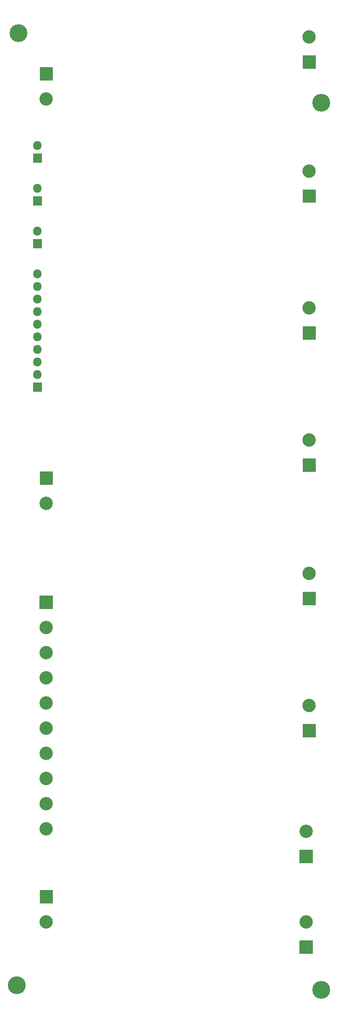
<source format=gbs>
G04 #@! TF.GenerationSoftware,KiCad,Pcbnew,(5.1.8-0-10_14)*
G04 #@! TF.CreationDate,2020-12-13T09:55:25+09:00*
G04 #@! TF.ProjectId,rsp02_LoadSW_OCP_Circuit_v1_2,72737030-325f-44c6-9f61-6453575f4f43,v1.2*
G04 #@! TF.SameCoordinates,Original*
G04 #@! TF.FileFunction,Soldermask,Bot*
G04 #@! TF.FilePolarity,Negative*
%FSLAX46Y46*%
G04 Gerber Fmt 4.6, Leading zero omitted, Abs format (unit mm)*
G04 Created by KiCad (PCBNEW (5.1.8-0-10_14)) date 2020-12-13 09:55:25*
%MOMM*%
%LPD*%
G01*
G04 APERTURE LIST*
%ADD10C,3.600000*%
%ADD11O,1.800000X1.800000*%
%ADD12C,2.700000*%
G04 APERTURE END LIST*
D10*
X62600000Y-225100000D03*
X124000000Y-226000000D03*
X124000000Y-47000000D03*
X62900000Y-32900000D03*
D11*
X66750000Y-81498000D03*
X66750000Y-84038000D03*
X66750000Y-86578000D03*
X66750000Y-89118000D03*
X66750000Y-91658000D03*
X66750000Y-94198000D03*
X66750000Y-96738000D03*
X66750000Y-99278000D03*
X66750000Y-101818000D03*
G36*
G01*
X67650000Y-103508000D02*
X67650000Y-105208000D01*
G75*
G02*
X67600000Y-105258000I-50000J0D01*
G01*
X65900000Y-105258000D01*
G75*
G02*
X65850000Y-105208000I0J50000D01*
G01*
X65850000Y-103508000D01*
G75*
G02*
X65900000Y-103458000I50000J0D01*
G01*
X67600000Y-103458000D01*
G75*
G02*
X67650000Y-103508000I0J-50000D01*
G01*
G37*
X66750000Y-72875332D03*
G36*
G01*
X67650000Y-74565332D02*
X67650000Y-76265332D01*
G75*
G02*
X67600000Y-76315332I-50000J0D01*
G01*
X65900000Y-76315332D01*
G75*
G02*
X65850000Y-76265332I0J50000D01*
G01*
X65850000Y-74565332D01*
G75*
G02*
X65900000Y-74515332I50000J0D01*
G01*
X67600000Y-74515332D01*
G75*
G02*
X67650000Y-74565332I0J-50000D01*
G01*
G37*
X66750000Y-64232666D03*
G36*
G01*
X67650000Y-65922666D02*
X67650000Y-67622666D01*
G75*
G02*
X67600000Y-67672666I-50000J0D01*
G01*
X65900000Y-67672666D01*
G75*
G02*
X65850000Y-67622666I0J50000D01*
G01*
X65850000Y-65922666D01*
G75*
G02*
X65900000Y-65872666I50000J0D01*
G01*
X67600000Y-65872666D01*
G75*
G02*
X67650000Y-65922666I0J-50000D01*
G01*
G37*
X66750000Y-55590000D03*
G36*
G01*
X67650000Y-57280000D02*
X67650000Y-58980000D01*
G75*
G02*
X67600000Y-59030000I-50000J0D01*
G01*
X65900000Y-59030000D01*
G75*
G02*
X65850000Y-58980000I0J50000D01*
G01*
X65850000Y-57280000D01*
G75*
G02*
X65900000Y-57230000I50000J0D01*
G01*
X67600000Y-57230000D01*
G75*
G02*
X67650000Y-57280000I0J-50000D01*
G01*
G37*
D12*
X68528000Y-46212000D03*
G36*
G01*
X67228000Y-39782000D02*
X69828000Y-39782000D01*
G75*
G02*
X69878000Y-39832000I0J-50000D01*
G01*
X69878000Y-42432000D01*
G75*
G02*
X69828000Y-42482000I-50000J0D01*
G01*
X67228000Y-42482000D01*
G75*
G02*
X67178000Y-42432000I0J50000D01*
G01*
X67178000Y-39832000D01*
G75*
G02*
X67228000Y-39782000I50000J0D01*
G01*
G37*
G36*
G01*
X67228000Y-121422000D02*
X69828000Y-121422000D01*
G75*
G02*
X69878000Y-121472000I0J-50000D01*
G01*
X69878000Y-124072000D01*
G75*
G02*
X69828000Y-124122000I-50000J0D01*
G01*
X67228000Y-124122000D01*
G75*
G02*
X67178000Y-124072000I0J50000D01*
G01*
X67178000Y-121472000D01*
G75*
G02*
X67228000Y-121422000I50000J0D01*
G01*
G37*
X68528000Y-127852000D03*
X68528000Y-212308000D03*
G36*
G01*
X67228000Y-205878000D02*
X69828000Y-205878000D01*
G75*
G02*
X69878000Y-205928000I0J-50000D01*
G01*
X69878000Y-208528000D01*
G75*
G02*
X69828000Y-208578000I-50000J0D01*
G01*
X67228000Y-208578000D01*
G75*
G02*
X67178000Y-208528000I0J50000D01*
G01*
X67178000Y-205928000D01*
G75*
G02*
X67228000Y-205878000I50000J0D01*
G01*
G37*
G36*
G01*
X122914000Y-40122000D02*
X120314000Y-40122000D01*
G75*
G02*
X120264000Y-40072000I0J50000D01*
G01*
X120264000Y-37472000D01*
G75*
G02*
X120314000Y-37422000I50000J0D01*
G01*
X122914000Y-37422000D01*
G75*
G02*
X122964000Y-37472000I0J-50000D01*
G01*
X122964000Y-40072000D01*
G75*
G02*
X122914000Y-40122000I-50000J0D01*
G01*
G37*
X121614000Y-33692000D03*
G36*
G01*
X122914000Y-67152000D02*
X120314000Y-67152000D01*
G75*
G02*
X120264000Y-67102000I0J50000D01*
G01*
X120264000Y-64502000D01*
G75*
G02*
X120314000Y-64452000I50000J0D01*
G01*
X122914000Y-64452000D01*
G75*
G02*
X122964000Y-64502000I0J-50000D01*
G01*
X122964000Y-67102000D01*
G75*
G02*
X122914000Y-67152000I-50000J0D01*
G01*
G37*
X121614000Y-60722000D03*
X121614000Y-88395000D03*
G36*
G01*
X122914000Y-94825000D02*
X120314000Y-94825000D01*
G75*
G02*
X120264000Y-94775000I0J50000D01*
G01*
X120264000Y-92175000D01*
G75*
G02*
X120314000Y-92125000I50000J0D01*
G01*
X122914000Y-92125000D01*
G75*
G02*
X122964000Y-92175000I0J-50000D01*
G01*
X122964000Y-94775000D01*
G75*
G02*
X122914000Y-94825000I-50000J0D01*
G01*
G37*
G36*
G01*
X122914000Y-121456000D02*
X120314000Y-121456000D01*
G75*
G02*
X120264000Y-121406000I0J50000D01*
G01*
X120264000Y-118806000D01*
G75*
G02*
X120314000Y-118756000I50000J0D01*
G01*
X122914000Y-118756000D01*
G75*
G02*
X122964000Y-118806000I0J-50000D01*
G01*
X122964000Y-121406000D01*
G75*
G02*
X122914000Y-121456000I-50000J0D01*
G01*
G37*
X121614000Y-115026000D03*
X121614000Y-141950000D03*
G36*
G01*
X122914000Y-148380000D02*
X120314000Y-148380000D01*
G75*
G02*
X120264000Y-148330000I0J50000D01*
G01*
X120264000Y-145730000D01*
G75*
G02*
X120314000Y-145680000I50000J0D01*
G01*
X122914000Y-145680000D01*
G75*
G02*
X122964000Y-145730000I0J-50000D01*
G01*
X122964000Y-148330000D01*
G75*
G02*
X122914000Y-148380000I-50000J0D01*
G01*
G37*
G36*
G01*
X122914000Y-175050000D02*
X120314000Y-175050000D01*
G75*
G02*
X120264000Y-175000000I0J50000D01*
G01*
X120264000Y-172400000D01*
G75*
G02*
X120314000Y-172350000I50000J0D01*
G01*
X122914000Y-172350000D01*
G75*
G02*
X122964000Y-172400000I0J-50000D01*
G01*
X122964000Y-175000000D01*
G75*
G02*
X122914000Y-175050000I-50000J0D01*
G01*
G37*
X121614000Y-168620000D03*
X121000000Y-194020000D03*
G36*
G01*
X122300000Y-200450000D02*
X119700000Y-200450000D01*
G75*
G02*
X119650000Y-200400000I0J50000D01*
G01*
X119650000Y-197800000D01*
G75*
G02*
X119700000Y-197750000I50000J0D01*
G01*
X122300000Y-197750000D01*
G75*
G02*
X122350000Y-197800000I0J-50000D01*
G01*
X122350000Y-200400000D01*
G75*
G02*
X122300000Y-200450000I-50000J0D01*
G01*
G37*
G36*
G01*
X122300000Y-218750000D02*
X119700000Y-218750000D01*
G75*
G02*
X119650000Y-218700000I0J50000D01*
G01*
X119650000Y-216100000D01*
G75*
G02*
X119700000Y-216050000I50000J0D01*
G01*
X122300000Y-216050000D01*
G75*
G02*
X122350000Y-216100000I0J-50000D01*
G01*
X122350000Y-218700000D01*
G75*
G02*
X122300000Y-218750000I-50000J0D01*
G01*
G37*
X121000000Y-212320000D03*
G36*
G01*
X67200000Y-146450000D02*
X69800000Y-146450000D01*
G75*
G02*
X69850000Y-146500000I0J-50000D01*
G01*
X69850000Y-149100000D01*
G75*
G02*
X69800000Y-149150000I-50000J0D01*
G01*
X67200000Y-149150000D01*
G75*
G02*
X67150000Y-149100000I0J50000D01*
G01*
X67150000Y-146500000D01*
G75*
G02*
X67200000Y-146450000I50000J0D01*
G01*
G37*
X68500000Y-152880000D03*
X68500000Y-157960000D03*
X68500000Y-163040000D03*
X68500000Y-168120000D03*
X68500000Y-173200000D03*
X68500000Y-178280000D03*
X68500000Y-183360000D03*
X68500000Y-188440000D03*
X68500000Y-193520000D03*
M02*

</source>
